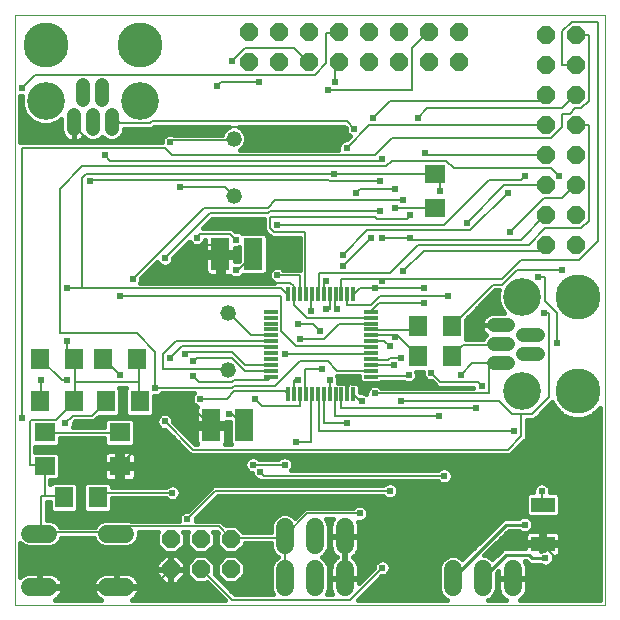
<source format=gtl>
G75*
%MOIN*%
%OFA0B0*%
%FSLAX25Y25*%
%IPPOS*%
%LPD*%
%AMOC8*
5,1,8,0,0,1.08239X$1,22.5*
%
%ADD10C,0.00000*%
%ADD11C,0.06000*%
%ADD12R,0.04724X0.01181*%
%ADD13R,0.01181X0.04724*%
%ADD14OC8,0.06000*%
%ADD15R,0.06299X0.07098*%
%ADD16R,0.07098X0.06299*%
%ADD17R,0.08000X0.05000*%
%ADD18C,0.15000*%
%ADD19C,0.12598*%
%ADD20C,0.04756*%
%ADD21C,0.05200*%
%ADD22R,0.06299X0.10630*%
%ADD23C,0.00500*%
%ADD24C,0.02400*%
%ADD25C,0.01600*%
%ADD26C,0.01000*%
D10*
X0002550Y0001000D02*
X0002550Y0197850D01*
X0199400Y0197850D01*
X0199400Y0001000D01*
X0002550Y0001000D01*
D11*
X0007750Y0007100D02*
X0013750Y0007100D01*
X0013750Y0024900D02*
X0007750Y0024900D01*
X0033350Y0024900D02*
X0039350Y0024900D01*
X0039350Y0007100D02*
X0033350Y0007100D01*
X0092550Y0007000D02*
X0092550Y0013000D01*
X0092550Y0021000D02*
X0092550Y0027000D01*
X0102550Y0027000D02*
X0102550Y0021000D01*
X0102550Y0013000D02*
X0102550Y0007000D01*
X0112550Y0007000D02*
X0112550Y0013000D01*
X0112550Y0021000D02*
X0112550Y0027000D01*
X0148550Y0013000D02*
X0148550Y0007000D01*
X0158550Y0007000D02*
X0158550Y0013000D01*
X0168550Y0013000D02*
X0168550Y0007000D01*
D12*
X0121282Y0077173D03*
X0121282Y0079142D03*
X0121282Y0081110D03*
X0121282Y0083079D03*
X0121282Y0085047D03*
X0121282Y0087016D03*
X0121282Y0088984D03*
X0121282Y0090953D03*
X0121282Y0092921D03*
X0121282Y0094890D03*
X0121282Y0096858D03*
X0121282Y0098827D03*
X0087818Y0098827D03*
X0087818Y0096858D03*
X0087818Y0094890D03*
X0087818Y0092921D03*
X0087818Y0090953D03*
X0087818Y0088984D03*
X0087818Y0087016D03*
X0087818Y0085047D03*
X0087818Y0083079D03*
X0087818Y0081110D03*
X0087818Y0079142D03*
X0087818Y0077173D03*
D13*
X0093723Y0071268D03*
X0095692Y0071268D03*
X0097660Y0071268D03*
X0099629Y0071268D03*
X0101597Y0071268D03*
X0103566Y0071268D03*
X0105534Y0071268D03*
X0107503Y0071268D03*
X0109471Y0071268D03*
X0111440Y0071268D03*
X0113408Y0071268D03*
X0115377Y0071268D03*
X0115377Y0104732D03*
X0113408Y0104732D03*
X0111440Y0104732D03*
X0109471Y0104732D03*
X0107503Y0104732D03*
X0105534Y0104732D03*
X0103566Y0104732D03*
X0101597Y0104732D03*
X0099629Y0104732D03*
X0097660Y0104732D03*
X0095692Y0104732D03*
X0093723Y0104732D03*
D14*
X0090550Y0182000D03*
X0100550Y0182000D03*
X0100550Y0192000D03*
X0090550Y0192000D03*
X0080550Y0192000D03*
X0080550Y0182000D03*
X0110550Y0182000D03*
X0110550Y0192000D03*
X0120550Y0192000D03*
X0120550Y0182000D03*
X0130550Y0182000D03*
X0140550Y0182000D03*
X0140550Y0192000D03*
X0130550Y0192000D03*
X0150550Y0192000D03*
X0150550Y0182000D03*
X0179550Y0181000D03*
X0179550Y0191000D03*
X0189550Y0191000D03*
X0189550Y0181000D03*
X0189550Y0171000D03*
X0189550Y0161000D03*
X0189550Y0151000D03*
X0189550Y0141000D03*
X0189550Y0131000D03*
X0189550Y0121000D03*
X0179550Y0121000D03*
X0179550Y0131000D03*
X0179550Y0141000D03*
X0179550Y0151000D03*
X0179550Y0161000D03*
X0179550Y0171000D03*
X0074550Y0023000D03*
X0074550Y0013000D03*
X0064550Y0013000D03*
X0064550Y0023000D03*
X0054550Y0023000D03*
X0054550Y0013000D03*
D15*
X0030148Y0037000D03*
X0018952Y0037000D03*
X0022148Y0069000D03*
X0032952Y0069000D03*
X0044148Y0069000D03*
X0043148Y0083000D03*
X0031952Y0083000D03*
X0022148Y0083000D03*
X0010952Y0083000D03*
X0010952Y0069000D03*
X0136952Y0084000D03*
X0136952Y0094000D03*
X0148148Y0094000D03*
X0148148Y0084000D03*
D16*
X0142550Y0133402D03*
X0142550Y0144598D03*
X0037550Y0058598D03*
X0037550Y0047402D03*
X0012550Y0047402D03*
X0012550Y0058598D03*
D17*
X0178550Y0034500D03*
X0178550Y0021500D03*
D18*
X0190196Y0072252D03*
X0190196Y0103748D03*
X0044298Y0187646D03*
X0012802Y0187646D03*
D19*
X0012802Y0169142D03*
X0044298Y0169142D03*
X0171692Y0103748D03*
X0171692Y0072252D03*
D20*
X0166967Y0081701D02*
X0162211Y0081701D01*
X0162211Y0088000D02*
X0166967Y0088000D01*
X0172085Y0084850D02*
X0176841Y0084850D01*
X0176841Y0091150D02*
X0172085Y0091150D01*
X0166967Y0094299D02*
X0162211Y0094299D01*
X0034849Y0159661D02*
X0034849Y0164417D01*
X0031700Y0169535D02*
X0031700Y0174291D01*
X0025400Y0174291D02*
X0025400Y0169535D01*
X0022251Y0164417D02*
X0022251Y0159661D01*
X0028550Y0159661D02*
X0028550Y0164417D01*
D21*
X0075550Y0156500D03*
X0075550Y0137500D03*
X0073550Y0098500D03*
X0073550Y0079500D03*
D22*
X0068038Y0061000D03*
X0079062Y0061000D03*
X0082062Y0118000D03*
X0071038Y0118000D03*
D23*
X0070675Y0118500D01*
X0068175Y0121000D01*
X0060675Y0121000D01*
X0063175Y0123500D02*
X0064425Y0124750D01*
X0074425Y0124750D01*
X0076300Y0122875D01*
X0071300Y0117875D02*
X0071038Y0118000D01*
X0071300Y0117875D02*
X0071300Y0108500D01*
X0094425Y0108500D01*
X0095675Y0107250D01*
X0095675Y0104750D01*
X0095692Y0104732D01*
X0095675Y0104125D01*
X0095675Y0101000D01*
X0100050Y0096625D01*
X0120675Y0096625D01*
X0121282Y0096858D01*
X0121282Y0094890D02*
X0120675Y0094750D01*
X0110675Y0094750D01*
X0105675Y0089750D01*
X0097550Y0089750D01*
X0096300Y0087250D02*
X0091300Y0092250D01*
X0091300Y0104125D01*
X0037550Y0104125D01*
X0041925Y0109750D02*
X0065675Y0133500D01*
X0086925Y0133500D01*
X0089425Y0136000D01*
X0131925Y0136000D01*
X0129425Y0133500D02*
X0142550Y0133500D01*
X0142550Y0133402D01*
X0144425Y0139125D02*
X0144425Y0144125D01*
X0142550Y0144125D01*
X0142550Y0144598D01*
X0142550Y0144750D01*
X0108800Y0144750D01*
X0026300Y0144750D01*
X0025050Y0143500D01*
X0025050Y0106625D01*
X0091300Y0106625D01*
X0093175Y0104750D01*
X0093723Y0104732D01*
X0097550Y0104750D02*
X0097660Y0104732D01*
X0097550Y0104750D02*
X0097550Y0111000D01*
X0090050Y0111000D01*
X0082062Y0118000D02*
X0081925Y0117875D01*
X0076925Y0112875D01*
X0076300Y0112875D01*
X0088800Y0125375D02*
X0087550Y0126625D01*
X0087550Y0130375D01*
X0122550Y0130375D01*
X0123175Y0129750D01*
X0133175Y0129750D01*
X0134425Y0131000D01*
X0134425Y0123500D02*
X0125050Y0123500D01*
X0121300Y0123500D02*
X0111925Y0114125D01*
X0111925Y0117875D02*
X0120050Y0126000D01*
X0154425Y0126000D01*
X0166925Y0138500D01*
X0165675Y0141000D02*
X0179550Y0141000D01*
X0178800Y0136625D02*
X0185050Y0136625D01*
X0189425Y0141000D01*
X0189550Y0141000D01*
X0183800Y0144125D02*
X0181300Y0146625D01*
X0148800Y0146625D01*
X0146300Y0149125D01*
X0128175Y0149125D01*
X0126300Y0147250D01*
X0025050Y0147250D01*
X0017550Y0139750D01*
X0017550Y0091625D01*
X0043175Y0091625D01*
X0049425Y0085375D01*
X0049425Y0073500D01*
X0075050Y0073500D01*
X0075675Y0074125D01*
X0089425Y0074125D01*
X0097550Y0082250D01*
X0106925Y0082250D01*
X0110050Y0079125D01*
X0120675Y0079125D01*
X0121282Y0079142D01*
X0121300Y0081000D02*
X0121282Y0081110D01*
X0121300Y0081000D02*
X0128800Y0081000D01*
X0126925Y0082875D02*
X0127550Y0083500D01*
X0131300Y0083500D01*
X0126925Y0082875D02*
X0121300Y0082875D01*
X0121282Y0083079D01*
X0120675Y0084750D02*
X0121282Y0085047D01*
X0120675Y0084750D02*
X0092550Y0084750D01*
X0096300Y0087250D02*
X0120675Y0087250D01*
X0121282Y0087016D01*
X0121282Y0088984D02*
X0121300Y0089125D01*
X0125675Y0089125D01*
X0127550Y0087250D01*
X0129425Y0090375D02*
X0129425Y0091000D01*
X0121300Y0091000D01*
X0121282Y0090953D01*
X0121300Y0092875D02*
X0121282Y0092921D01*
X0121300Y0092875D02*
X0136300Y0092875D01*
X0136925Y0093500D01*
X0136952Y0094000D01*
X0138800Y0101625D02*
X0123800Y0101625D01*
X0121300Y0099125D01*
X0121282Y0098827D01*
X0121300Y0101000D02*
X0124425Y0104125D01*
X0146925Y0104125D01*
X0138800Y0106625D02*
X0122550Y0106625D01*
X0117550Y0106625D01*
X0115675Y0104750D01*
X0115377Y0104732D01*
X0113408Y0104732D02*
X0113175Y0104125D01*
X0113175Y0101000D01*
X0121300Y0101000D01*
X0125050Y0109125D02*
X0125050Y0109750D01*
X0111300Y0109750D01*
X0111300Y0104750D01*
X0111440Y0104732D01*
X0109471Y0104732D02*
X0109425Y0104125D01*
X0109425Y0099750D01*
X0110050Y0099750D01*
X0107550Y0099750D02*
X0106300Y0099750D01*
X0107550Y0099750D02*
X0107550Y0104125D01*
X0107503Y0104732D01*
X0105675Y0104750D02*
X0105534Y0104732D01*
X0105675Y0104750D02*
X0105675Y0109125D01*
X0106300Y0109125D01*
X0103800Y0111625D02*
X0127550Y0111625D01*
X0136925Y0121000D01*
X0173800Y0121000D01*
X0179425Y0126625D01*
X0191300Y0126625D01*
X0193800Y0129125D01*
X0193800Y0161000D01*
X0189550Y0161000D01*
X0187550Y0164750D02*
X0189425Y0166625D01*
X0191300Y0166625D01*
X0193800Y0169125D01*
X0193800Y0191000D01*
X0189550Y0191000D01*
X0188175Y0195375D02*
X0185050Y0192250D01*
X0185050Y0181000D01*
X0189550Y0181000D01*
X0189425Y0171000D02*
X0189550Y0171000D01*
X0189425Y0171000D02*
X0185050Y0166625D01*
X0140050Y0166625D01*
X0136925Y0163500D01*
X0135050Y0172875D02*
X0106925Y0172875D01*
X0109425Y0175375D02*
X0109425Y0181625D01*
X0110050Y0181625D01*
X0110550Y0182000D01*
X0106300Y0181625D02*
X0106300Y0191625D01*
X0110050Y0191625D01*
X0110550Y0192000D01*
X0106300Y0181625D02*
X0102550Y0177875D01*
X0009425Y0177875D01*
X0005050Y0173500D01*
X0022251Y0164417D02*
X0022550Y0164125D01*
X0022550Y0160375D01*
X0026925Y0156000D01*
X0043800Y0156000D01*
X0048175Y0160375D01*
X0094425Y0160375D01*
X0096925Y0157875D01*
X0113175Y0153500D02*
X0120675Y0161000D01*
X0179550Y0161000D01*
X0181300Y0156625D02*
X0185050Y0160375D01*
X0185050Y0164750D01*
X0187550Y0164750D01*
X0179550Y0171000D02*
X0179425Y0171000D01*
X0177550Y0169125D01*
X0127550Y0169125D01*
X0121925Y0163500D01*
X0115675Y0159750D02*
X0113175Y0162250D01*
X0048175Y0162250D01*
X0047550Y0161625D01*
X0037550Y0161625D01*
X0035050Y0164125D01*
X0034849Y0164417D01*
X0032550Y0151000D02*
X0034425Y0149125D01*
X0124425Y0149125D01*
X0125050Y0149750D01*
X0122550Y0151000D02*
X0128175Y0156625D01*
X0181300Y0156625D01*
X0179550Y0151000D02*
X0140050Y0151000D01*
X0139425Y0151625D01*
X0129425Y0139750D02*
X0117550Y0139750D01*
X0116300Y0138500D01*
X0124425Y0142250D02*
X0107550Y0142250D01*
X0106925Y0142875D01*
X0028175Y0142875D01*
X0027550Y0142250D01*
X0005050Y0153500D02*
X0052550Y0153500D01*
X0055050Y0151000D01*
X0122550Y0151000D01*
X0124425Y0132250D02*
X0087550Y0132250D01*
X0086925Y0131625D01*
X0067550Y0131625D01*
X0052550Y0116625D01*
X0073550Y0098500D02*
X0073800Y0098500D01*
X0081300Y0091000D01*
X0087550Y0091000D01*
X0087818Y0090953D01*
X0087550Y0089125D02*
X0087818Y0088984D01*
X0087550Y0089125D02*
X0056300Y0089125D01*
X0051925Y0084750D01*
X0051925Y0079750D01*
X0073175Y0079750D01*
X0073550Y0079500D01*
X0075675Y0076000D02*
X0075050Y0075375D01*
X0063800Y0075375D01*
X0061925Y0077250D01*
X0061925Y0082250D02*
X0063175Y0083500D01*
X0075050Y0083500D01*
X0079425Y0079125D01*
X0087550Y0079125D01*
X0087818Y0079142D01*
X0087550Y0081000D02*
X0087818Y0081110D01*
X0087550Y0081000D02*
X0079425Y0081000D01*
X0075050Y0085375D01*
X0060050Y0085375D01*
X0059425Y0084750D01*
X0058175Y0087250D02*
X0054425Y0083500D01*
X0058175Y0087250D02*
X0087550Y0087250D01*
X0087818Y0087016D01*
X0087818Y0077173D02*
X0087550Y0076625D01*
X0086925Y0076000D01*
X0075675Y0076000D01*
X0075675Y0072250D02*
X0073175Y0069750D01*
X0064425Y0069750D01*
X0063800Y0064750D02*
X0067550Y0061000D01*
X0068038Y0061000D01*
X0063800Y0064750D02*
X0050050Y0064750D01*
X0050050Y0060375D01*
X0065675Y0044750D01*
X0065050Y0044750D01*
X0050050Y0029750D01*
X0055050Y0038500D02*
X0031925Y0038500D01*
X0030675Y0037250D01*
X0030148Y0037000D01*
X0038800Y0027250D02*
X0036925Y0025375D01*
X0036350Y0024900D01*
X0036300Y0025375D01*
X0011300Y0025375D01*
X0010750Y0024900D01*
X0011300Y0025375D02*
X0011300Y0037250D01*
X0012550Y0037250D01*
X0018800Y0037250D01*
X0018952Y0037000D01*
X0012550Y0037250D02*
X0012550Y0047402D01*
X0012550Y0047875D01*
X0007550Y0047875D01*
X0007550Y0062250D01*
X0008175Y0062875D01*
X0016300Y0062875D01*
X0021925Y0068500D01*
X0022148Y0069000D01*
X0022550Y0069125D01*
X0022550Y0075375D01*
X0043800Y0075375D01*
X0043800Y0069125D01*
X0044148Y0069000D01*
X0043800Y0075375D02*
X0043800Y0082875D01*
X0043175Y0082875D01*
X0043148Y0083000D01*
X0037550Y0077875D02*
X0032550Y0082875D01*
X0031952Y0083000D01*
X0022550Y0082875D02*
X0022550Y0075375D01*
X0020050Y0076000D02*
X0018175Y0076000D01*
X0011300Y0082875D01*
X0010952Y0083000D01*
X0011300Y0076000D02*
X0011300Y0069125D01*
X0010952Y0069000D01*
X0005050Y0063500D02*
X0005050Y0153500D01*
X0020050Y0106625D02*
X0025050Y0106625D01*
X0020050Y0089125D02*
X0020050Y0083500D01*
X0021925Y0083500D01*
X0022148Y0083000D01*
X0022550Y0082875D01*
X0032952Y0069000D02*
X0032550Y0068500D01*
X0028175Y0064125D01*
X0021925Y0064125D01*
X0019425Y0061625D01*
X0012550Y0058598D02*
X0012550Y0058500D01*
X0037550Y0058500D01*
X0037550Y0058598D01*
X0037550Y0047875D02*
X0037550Y0047402D01*
X0037550Y0047875D02*
X0050050Y0060375D01*
X0052550Y0062250D02*
X0061925Y0052875D01*
X0166925Y0052875D01*
X0171300Y0057250D01*
X0171300Y0064750D01*
X0168175Y0064750D01*
X0163800Y0069125D01*
X0131300Y0069125D01*
X0133175Y0077250D02*
X0133800Y0077875D01*
X0133175Y0077250D02*
X0121300Y0077250D01*
X0121282Y0077173D01*
X0122550Y0071625D02*
X0160675Y0071625D01*
X0160675Y0081625D01*
X0166967Y0081701D01*
X0166925Y0081625D01*
X0160675Y0081625D01*
X0155050Y0081625D01*
X0151300Y0077875D01*
X0156925Y0075375D02*
X0144425Y0075375D01*
X0141300Y0078500D01*
X0136952Y0084000D02*
X0136925Y0084125D01*
X0130050Y0091000D01*
X0129425Y0091000D01*
X0113175Y0076000D02*
X0113175Y0071625D01*
X0113408Y0071268D01*
X0111440Y0071268D02*
X0111300Y0071000D01*
X0111300Y0066625D01*
X0156300Y0066625D01*
X0158175Y0074125D02*
X0156925Y0075375D01*
X0148148Y0084000D02*
X0148175Y0084125D01*
X0151925Y0087875D01*
X0166925Y0087875D01*
X0166967Y0088000D01*
X0166925Y0094125D02*
X0166967Y0094299D01*
X0166925Y0094125D02*
X0153800Y0094125D01*
X0148175Y0094125D02*
X0148148Y0094000D01*
X0148175Y0094125D02*
X0161925Y0107875D01*
X0165050Y0107875D01*
X0170050Y0112875D01*
X0185050Y0112875D01*
X0179425Y0110375D02*
X0176925Y0110375D01*
X0179425Y0110375D02*
X0179425Y0102250D01*
X0183175Y0098500D01*
X0183175Y0088500D01*
X0180675Y0098500D02*
X0178800Y0098500D01*
X0180675Y0098500D02*
X0180675Y0070375D01*
X0175050Y0064750D01*
X0171300Y0064750D01*
X0168800Y0059125D02*
X0103800Y0059125D01*
X0103800Y0071000D01*
X0103566Y0071268D01*
X0105534Y0071268D02*
X0105675Y0071000D01*
X0105675Y0061625D01*
X0113175Y0061625D01*
X0109425Y0064125D02*
X0143800Y0064125D01*
X0145675Y0044125D02*
X0085675Y0044125D01*
X0084425Y0045375D01*
X0081925Y0047875D02*
X0092550Y0047875D01*
X0096300Y0055375D02*
X0101300Y0055375D01*
X0101300Y0071000D01*
X0101597Y0071268D01*
X0099629Y0071268D02*
X0099425Y0071625D01*
X0099425Y0079750D01*
X0105050Y0079750D01*
X0107550Y0076000D02*
X0107550Y0071625D01*
X0107503Y0071268D01*
X0109425Y0071000D02*
X0109471Y0071268D01*
X0109425Y0071000D02*
X0109425Y0064125D01*
X0115675Y0071000D02*
X0115377Y0071268D01*
X0115675Y0071000D02*
X0117550Y0069125D01*
X0118175Y0069125D01*
X0097660Y0071268D02*
X0097550Y0071000D01*
X0097550Y0067250D01*
X0085050Y0067250D01*
X0082550Y0069750D01*
X0075675Y0072250D02*
X0092550Y0072250D01*
X0093175Y0071625D01*
X0093723Y0071268D01*
X0095692Y0071268D02*
X0095675Y0071625D01*
X0095675Y0076000D01*
X0096925Y0076000D01*
X0104425Y0092250D02*
X0101925Y0094750D01*
X0096925Y0094750D01*
X0101300Y0099125D02*
X0101300Y0104125D01*
X0101597Y0104732D01*
X0099629Y0104732D02*
X0099425Y0104750D01*
X0099425Y0125375D01*
X0088800Y0125375D01*
X0090050Y0127875D02*
X0145675Y0127875D01*
X0160675Y0142875D01*
X0171300Y0142875D01*
X0172550Y0144125D01*
X0165675Y0141000D02*
X0153175Y0128500D01*
X0167550Y0125375D02*
X0178800Y0136625D01*
X0179425Y0131000D02*
X0179550Y0131000D01*
X0179425Y0131000D02*
X0171300Y0122875D01*
X0135050Y0122875D01*
X0134425Y0123500D01*
X0138800Y0119125D02*
X0177550Y0119125D01*
X0179425Y0121000D01*
X0179550Y0121000D01*
X0171300Y0116000D02*
X0190675Y0116000D01*
X0196925Y0122250D01*
X0196925Y0195375D01*
X0188175Y0195375D01*
X0140550Y0192000D02*
X0140050Y0191625D01*
X0135050Y0186625D01*
X0135050Y0172875D01*
X0100550Y0182000D02*
X0100050Y0182250D01*
X0095675Y0186625D01*
X0079425Y0186625D01*
X0075050Y0182250D01*
X0071300Y0175375D02*
X0083800Y0175375D01*
X0071300Y0175375D02*
X0070050Y0174125D01*
X0075550Y0156500D02*
X0075050Y0156000D01*
X0055050Y0156000D01*
X0054425Y0155375D01*
X0057550Y0140375D02*
X0072550Y0140375D01*
X0075050Y0137875D01*
X0075550Y0137500D01*
X0103800Y0111625D02*
X0103800Y0104750D01*
X0103566Y0104732D01*
X0125050Y0109750D02*
X0165050Y0109750D01*
X0171300Y0116000D01*
X0138800Y0119125D02*
X0131925Y0112250D01*
X0079062Y0061000D02*
X0078800Y0061000D01*
X0075050Y0064750D01*
X0073800Y0064750D01*
X0065675Y0044750D02*
X0068800Y0041625D01*
X0128800Y0041625D01*
X0130050Y0040375D01*
X0130050Y0030375D01*
X0178175Y0030375D01*
X0178175Y0021625D01*
X0178550Y0021500D01*
X0178800Y0021000D01*
X0181925Y0017875D01*
X0181925Y0010375D01*
X0168800Y0010375D01*
X0168550Y0010000D01*
X0178550Y0034500D02*
X0178175Y0034750D01*
X0178175Y0039125D01*
X0130050Y0030375D02*
X0130050Y0024125D01*
X0112550Y0024125D01*
X0112550Y0024000D01*
X0112550Y0010000D01*
X0114425Y0002875D02*
X0125050Y0013500D01*
X0114425Y0002875D02*
X0075050Y0002875D01*
X0065050Y0012875D01*
X0064550Y0013000D01*
X0054550Y0013000D02*
X0048800Y0007250D01*
X0036925Y0007250D01*
X0036350Y0007100D01*
X0036300Y0007250D01*
X0011300Y0007250D01*
X0010750Y0007100D01*
X0038800Y0027250D02*
X0070675Y0027250D01*
X0074425Y0023500D01*
X0074550Y0023000D01*
X0075050Y0023500D01*
X0092550Y0023500D01*
X0092550Y0024000D01*
X0092550Y0024125D01*
X0100050Y0031625D01*
X0117550Y0031625D01*
X0127550Y0039125D02*
X0069425Y0039125D01*
X0060050Y0029750D01*
X0092550Y0023500D02*
X0092550Y0010000D01*
D24*
X0117550Y0031625D03*
X0127550Y0039125D03*
X0145675Y0044125D03*
X0143800Y0064125D03*
X0156300Y0066625D03*
X0158175Y0074125D03*
X0151300Y0077875D03*
X0141300Y0078500D03*
X0133800Y0077875D03*
X0128800Y0081000D03*
X0131300Y0083500D03*
X0127550Y0087250D03*
X0129425Y0090375D03*
X0138800Y0101625D03*
X0138800Y0106625D03*
X0131925Y0112250D03*
X0125050Y0109125D03*
X0122550Y0106625D03*
X0111925Y0114125D03*
X0111925Y0117875D03*
X0106300Y0109125D03*
X0106300Y0099750D03*
X0110050Y0099750D03*
X0104425Y0092250D03*
X0097550Y0089750D03*
X0096925Y0094750D03*
X0101300Y0099125D03*
X0090050Y0111000D03*
X0076300Y0112875D03*
X0076300Y0122875D03*
X0063175Y0123500D03*
X0060675Y0121000D03*
X0052550Y0116625D03*
X0041925Y0109750D03*
X0037550Y0104125D03*
X0020050Y0106625D03*
X0020050Y0089125D03*
X0020050Y0076000D03*
X0011300Y0076000D03*
X0005050Y0063500D03*
X0019425Y0061625D03*
X0037550Y0077875D03*
X0049425Y0073500D03*
X0054425Y0083500D03*
X0059425Y0084750D03*
X0061925Y0082250D03*
X0061925Y0077250D03*
X0064425Y0069750D03*
X0073800Y0064750D03*
X0082550Y0069750D03*
X0096925Y0076000D03*
X0105050Y0079750D03*
X0107550Y0076000D03*
X0113175Y0076000D03*
X0118175Y0069125D03*
X0122550Y0071625D03*
X0131300Y0069125D03*
X0113175Y0061625D03*
X0096300Y0055375D03*
X0092550Y0047875D03*
X0084425Y0045375D03*
X0081925Y0047875D03*
X0060050Y0029750D03*
X0055050Y0038500D03*
X0050050Y0029750D03*
X0052550Y0062250D03*
X0092550Y0084750D03*
X0121300Y0123500D03*
X0125050Y0123500D03*
X0124425Y0132250D03*
X0129425Y0133500D03*
X0131925Y0136000D03*
X0129425Y0139750D03*
X0124425Y0142250D03*
X0125050Y0149750D03*
X0115675Y0159750D03*
X0113175Y0153500D03*
X0108800Y0144750D03*
X0116300Y0138500D03*
X0134425Y0131000D03*
X0134425Y0123500D03*
X0144425Y0139125D03*
X0153175Y0128500D03*
X0167550Y0125375D03*
X0166925Y0138500D03*
X0172550Y0144125D03*
X0183800Y0144125D03*
X0185050Y0112875D03*
X0176925Y0110375D03*
X0178800Y0098500D03*
X0183175Y0088500D03*
X0153800Y0094125D03*
X0146925Y0104125D03*
X0139425Y0151625D03*
X0136925Y0163500D03*
X0121925Y0163500D03*
X0109425Y0175375D03*
X0106925Y0172875D03*
X0096925Y0157875D03*
X0083800Y0175375D03*
X0075050Y0182250D03*
X0070050Y0174125D03*
X0054425Y0155375D03*
X0057550Y0140375D03*
X0032550Y0151000D03*
X0027550Y0142250D03*
X0005050Y0173500D03*
X0090050Y0127875D03*
X0168800Y0059125D03*
X0178175Y0039125D03*
X0172550Y0027875D03*
X0179425Y0016625D03*
X0125050Y0013500D03*
D25*
X0127133Y0015387D02*
X0144552Y0015387D01*
X0144644Y0015610D02*
X0143943Y0013916D01*
X0143943Y0006084D01*
X0144644Y0004390D01*
X0145940Y0003094D01*
X0146651Y0002800D01*
X0116976Y0002800D01*
X0124869Y0010693D01*
X0125608Y0010693D01*
X0126640Y0011120D01*
X0127430Y0011910D01*
X0127857Y0012942D01*
X0127857Y0014058D01*
X0127430Y0015090D01*
X0126640Y0015880D01*
X0125608Y0016307D01*
X0124492Y0016307D01*
X0123460Y0015880D01*
X0122670Y0015090D01*
X0122243Y0014058D01*
X0122243Y0013319D01*
X0117350Y0008426D01*
X0117350Y0009800D01*
X0112750Y0009800D01*
X0112750Y0010200D01*
X0112350Y0010200D01*
X0112350Y0023800D01*
X0112750Y0023800D01*
X0112750Y0024200D01*
X0117350Y0024200D01*
X0117350Y0027378D01*
X0117232Y0028124D01*
X0117006Y0028818D01*
X0118108Y0028818D01*
X0119140Y0029245D01*
X0119930Y0030035D01*
X0120357Y0031067D01*
X0120357Y0032183D01*
X0119930Y0033215D01*
X0119140Y0034005D01*
X0118108Y0034432D01*
X0116992Y0034432D01*
X0115960Y0034005D01*
X0115437Y0033482D01*
X0099281Y0033482D01*
X0095932Y0030133D01*
X0095160Y0030906D01*
X0093466Y0031607D01*
X0091634Y0031607D01*
X0089940Y0030906D01*
X0088644Y0029610D01*
X0087943Y0027916D01*
X0087943Y0025357D01*
X0078708Y0025357D01*
X0076458Y0027607D01*
X0072944Y0027607D01*
X0072532Y0028019D01*
X0072532Y0028019D01*
X0071444Y0029107D01*
X0062822Y0029107D01*
X0062857Y0029192D01*
X0062857Y0029931D01*
X0070194Y0037268D01*
X0125437Y0037268D01*
X0125960Y0036745D01*
X0126992Y0036318D01*
X0128108Y0036318D01*
X0129140Y0036745D01*
X0129930Y0037535D01*
X0130357Y0038567D01*
X0130357Y0039683D01*
X0129930Y0040715D01*
X0129140Y0041505D01*
X0128108Y0041932D01*
X0126992Y0041932D01*
X0125960Y0041505D01*
X0125437Y0040982D01*
X0068656Y0040982D01*
X0067568Y0039894D01*
X0060231Y0032557D01*
X0059492Y0032557D01*
X0058460Y0032130D01*
X0057670Y0031340D01*
X0057243Y0030308D01*
X0057243Y0029192D01*
X0057278Y0029107D01*
X0041232Y0029107D01*
X0040266Y0029507D01*
X0032434Y0029507D01*
X0030740Y0028806D01*
X0029444Y0027510D01*
X0029329Y0027232D01*
X0017771Y0027232D01*
X0017656Y0027510D01*
X0016360Y0028806D01*
X0014666Y0029507D01*
X0013157Y0029507D01*
X0013157Y0035393D01*
X0014195Y0035393D01*
X0014195Y0032785D01*
X0015136Y0031844D01*
X0022767Y0031844D01*
X0023708Y0032785D01*
X0023708Y0041215D01*
X0022767Y0042156D01*
X0015136Y0042156D01*
X0014407Y0041427D01*
X0014407Y0042645D01*
X0016765Y0042645D01*
X0017706Y0043586D01*
X0017706Y0051217D01*
X0016765Y0052158D01*
X0009407Y0052158D01*
X0009407Y0053842D01*
X0016765Y0053842D01*
X0017706Y0054783D01*
X0017706Y0056643D01*
X0032394Y0056643D01*
X0032394Y0054783D01*
X0033335Y0053842D01*
X0041765Y0053842D01*
X0042706Y0054783D01*
X0042706Y0062414D01*
X0041765Y0063355D01*
X0033335Y0063355D01*
X0032394Y0062414D01*
X0032394Y0060357D01*
X0021938Y0060357D01*
X0022232Y0061067D01*
X0022232Y0061806D01*
X0022694Y0062268D01*
X0028944Y0062268D01*
X0030520Y0063844D01*
X0036767Y0063844D01*
X0037708Y0064785D01*
X0037708Y0073215D01*
X0037405Y0073518D01*
X0039695Y0073518D01*
X0039392Y0073215D01*
X0039392Y0064785D01*
X0040333Y0063844D01*
X0047964Y0063844D01*
X0048905Y0064785D01*
X0048905Y0070693D01*
X0049983Y0070693D01*
X0051015Y0071120D01*
X0051538Y0071643D01*
X0062348Y0071643D01*
X0062045Y0071340D01*
X0061618Y0070308D01*
X0061618Y0069192D01*
X0062045Y0068160D01*
X0062835Y0067370D01*
X0063307Y0067175D01*
X0063211Y0067010D01*
X0063089Y0066552D01*
X0063089Y0061775D01*
X0067263Y0061775D01*
X0067263Y0060225D01*
X0063089Y0060225D01*
X0063089Y0055448D01*
X0063211Y0054990D01*
X0063360Y0054732D01*
X0062694Y0054732D01*
X0055357Y0062069D01*
X0055357Y0062808D01*
X0054930Y0063840D01*
X0054140Y0064630D01*
X0053108Y0065057D01*
X0051992Y0065057D01*
X0050960Y0064630D01*
X0050170Y0063840D01*
X0049743Y0062808D01*
X0049743Y0061692D01*
X0050170Y0060660D01*
X0050960Y0059870D01*
X0051992Y0059443D01*
X0052731Y0059443D01*
X0060068Y0052106D01*
X0061156Y0051018D01*
X0167694Y0051018D01*
X0168782Y0052106D01*
X0172069Y0055393D01*
X0172069Y0055393D01*
X0173157Y0056481D01*
X0173157Y0062893D01*
X0175819Y0062893D01*
X0181444Y0068518D01*
X0181756Y0068830D01*
X0182475Y0067093D01*
X0185037Y0064531D01*
X0188384Y0063145D01*
X0192007Y0063145D01*
X0195354Y0064531D01*
X0197600Y0066777D01*
X0197600Y0002800D01*
X0170880Y0002800D01*
X0171066Y0002895D01*
X0171677Y0003339D01*
X0172211Y0003873D01*
X0172655Y0004484D01*
X0172998Y0005157D01*
X0173232Y0005876D01*
X0173350Y0006622D01*
X0173350Y0009800D01*
X0168750Y0009800D01*
X0168750Y0010200D01*
X0173350Y0010200D01*
X0173350Y0013378D01*
X0173232Y0014124D01*
X0172998Y0014843D01*
X0172655Y0015516D01*
X0172472Y0015768D01*
X0172927Y0015768D01*
X0172943Y0015752D01*
X0174177Y0014518D01*
X0177562Y0014518D01*
X0177835Y0014245D01*
X0178867Y0013818D01*
X0179983Y0013818D01*
X0181015Y0014245D01*
X0181805Y0015035D01*
X0182232Y0016067D01*
X0182232Y0017183D01*
X0182225Y0017200D01*
X0182787Y0017200D01*
X0183245Y0017323D01*
X0183655Y0017560D01*
X0183990Y0017895D01*
X0184227Y0018305D01*
X0184350Y0018763D01*
X0184350Y0021050D01*
X0179000Y0021050D01*
X0179000Y0021950D01*
X0178100Y0021950D01*
X0178100Y0025800D01*
X0174445Y0025800D01*
X0174930Y0026285D01*
X0175357Y0027317D01*
X0175357Y0028433D01*
X0174930Y0029465D01*
X0174140Y0030255D01*
X0173108Y0030682D01*
X0171992Y0030682D01*
X0170960Y0030255D01*
X0170687Y0029982D01*
X0165427Y0029982D01*
X0164193Y0028748D01*
X0151755Y0016310D01*
X0151160Y0016906D01*
X0149466Y0017607D01*
X0147634Y0017607D01*
X0145940Y0016906D01*
X0144644Y0015610D01*
X0143943Y0013788D02*
X0127857Y0013788D01*
X0127546Y0012190D02*
X0143943Y0012190D01*
X0143943Y0010591D02*
X0124767Y0010591D01*
X0123169Y0008993D02*
X0143943Y0008993D01*
X0143943Y0007394D02*
X0121570Y0007394D01*
X0119972Y0005796D02*
X0144062Y0005796D01*
X0144838Y0004197D02*
X0118373Y0004197D01*
X0117916Y0008993D02*
X0117350Y0008993D01*
X0117350Y0010200D02*
X0117350Y0013378D01*
X0117232Y0014124D01*
X0116998Y0014843D01*
X0116655Y0015516D01*
X0116211Y0016127D01*
X0115677Y0016661D01*
X0115211Y0017000D01*
X0115677Y0017339D01*
X0116211Y0017873D01*
X0116655Y0018484D01*
X0116998Y0019157D01*
X0117232Y0019876D01*
X0117350Y0020622D01*
X0117350Y0023800D01*
X0112750Y0023800D01*
X0112750Y0016200D01*
X0112750Y0010200D01*
X0117350Y0010200D01*
X0117350Y0010591D02*
X0119515Y0010591D01*
X0121113Y0012190D02*
X0117350Y0012190D01*
X0117285Y0013788D02*
X0122243Y0013788D01*
X0122967Y0015387D02*
X0116721Y0015387D01*
X0115231Y0016985D02*
X0146132Y0016985D01*
X0150968Y0016985D02*
X0152430Y0016985D01*
X0154029Y0018584D02*
X0116706Y0018584D01*
X0117280Y0020182D02*
X0155627Y0020182D01*
X0157226Y0021781D02*
X0117350Y0021781D01*
X0117350Y0023379D02*
X0158824Y0023379D01*
X0160423Y0024978D02*
X0117350Y0024978D01*
X0117350Y0026576D02*
X0162021Y0026576D01*
X0163620Y0028175D02*
X0117215Y0028175D01*
X0119668Y0029773D02*
X0165218Y0029773D01*
X0167173Y0025768D02*
X0170687Y0025768D01*
X0170960Y0025495D01*
X0171992Y0025068D01*
X0173088Y0025068D01*
X0172873Y0024695D01*
X0172750Y0024237D01*
X0172750Y0021950D01*
X0178100Y0021950D01*
X0178100Y0021050D01*
X0178100Y0019115D01*
X0178867Y0019432D01*
X0179000Y0019432D01*
X0179000Y0021050D01*
X0178100Y0021050D01*
X0172750Y0021050D01*
X0172750Y0019982D01*
X0165427Y0019982D01*
X0164193Y0018748D01*
X0161755Y0016310D01*
X0161160Y0016906D01*
X0159466Y0017607D01*
X0159012Y0017607D01*
X0167173Y0025768D01*
X0166383Y0024978D02*
X0173036Y0024978D01*
X0172750Y0023379D02*
X0164784Y0023379D01*
X0163185Y0021781D02*
X0178100Y0021781D01*
X0179000Y0021781D02*
X0197600Y0021781D01*
X0197600Y0023379D02*
X0184350Y0023379D01*
X0184350Y0024237D02*
X0184227Y0024695D01*
X0183990Y0025105D01*
X0183655Y0025440D01*
X0183245Y0025677D01*
X0182787Y0025800D01*
X0179000Y0025800D01*
X0179000Y0021950D01*
X0184350Y0021950D01*
X0184350Y0024237D01*
X0184064Y0024978D02*
X0197600Y0024978D01*
X0197600Y0026576D02*
X0175050Y0026576D01*
X0175357Y0028175D02*
X0197600Y0028175D01*
X0197600Y0029773D02*
X0174622Y0029773D01*
X0173884Y0030393D02*
X0183216Y0030393D01*
X0184157Y0031334D01*
X0184157Y0037666D01*
X0183216Y0038607D01*
X0180982Y0038607D01*
X0180982Y0039683D01*
X0180555Y0040715D01*
X0179765Y0041505D01*
X0178733Y0041932D01*
X0177617Y0041932D01*
X0176585Y0041505D01*
X0175795Y0040715D01*
X0175368Y0039683D01*
X0175368Y0038607D01*
X0173884Y0038607D01*
X0172943Y0037666D01*
X0172943Y0031334D01*
X0173884Y0030393D01*
X0172943Y0031372D02*
X0120357Y0031372D01*
X0120031Y0032970D02*
X0172943Y0032970D01*
X0172943Y0034569D02*
X0067495Y0034569D01*
X0069094Y0036167D02*
X0172943Y0036167D01*
X0173043Y0037766D02*
X0130025Y0037766D01*
X0130357Y0039364D02*
X0175368Y0039364D01*
X0176043Y0040963D02*
X0129682Y0040963D01*
X0143562Y0042268D02*
X0144085Y0041745D01*
X0145117Y0041318D01*
X0146233Y0041318D01*
X0147265Y0041745D01*
X0148055Y0042535D01*
X0148482Y0043567D01*
X0148482Y0044683D01*
X0148055Y0045715D01*
X0147265Y0046505D01*
X0146233Y0046932D01*
X0145117Y0046932D01*
X0144085Y0046505D01*
X0143562Y0045982D01*
X0094627Y0045982D01*
X0094930Y0046285D01*
X0095357Y0047317D01*
X0095357Y0048433D01*
X0094930Y0049465D01*
X0094140Y0050255D01*
X0093108Y0050682D01*
X0091992Y0050682D01*
X0090960Y0050255D01*
X0090437Y0049732D01*
X0084038Y0049732D01*
X0083515Y0050255D01*
X0082483Y0050682D01*
X0081367Y0050682D01*
X0080335Y0050255D01*
X0079545Y0049465D01*
X0079118Y0048433D01*
X0079118Y0047317D01*
X0079545Y0046285D01*
X0080335Y0045495D01*
X0081367Y0045068D01*
X0081618Y0045068D01*
X0081618Y0044817D01*
X0082045Y0043785D01*
X0082835Y0042995D01*
X0083867Y0042568D01*
X0084606Y0042568D01*
X0084906Y0042268D01*
X0143562Y0042268D01*
X0148066Y0042561D02*
X0197600Y0042561D01*
X0197600Y0040963D02*
X0180307Y0040963D01*
X0180982Y0039364D02*
X0197600Y0039364D01*
X0197600Y0037766D02*
X0184057Y0037766D01*
X0184157Y0036167D02*
X0197600Y0036167D01*
X0197600Y0034569D02*
X0184157Y0034569D01*
X0184157Y0032970D02*
X0197600Y0032970D01*
X0197600Y0031372D02*
X0184157Y0031372D01*
X0179000Y0024978D02*
X0178100Y0024978D01*
X0178100Y0023379D02*
X0179000Y0023379D01*
X0179000Y0020182D02*
X0178100Y0020182D01*
X0182232Y0016985D02*
X0197600Y0016985D01*
X0197600Y0015387D02*
X0181950Y0015387D01*
X0184302Y0018584D02*
X0197600Y0018584D01*
X0197600Y0020182D02*
X0184350Y0020182D01*
X0172750Y0020182D02*
X0161587Y0020182D01*
X0159988Y0018584D02*
X0164029Y0018584D01*
X0162430Y0016985D02*
X0160968Y0016985D01*
X0163750Y0012345D02*
X0163750Y0010200D01*
X0168350Y0010200D01*
X0168350Y0009800D01*
X0163750Y0009800D01*
X0163750Y0006622D01*
X0163868Y0005876D01*
X0164102Y0005157D01*
X0164445Y0004484D01*
X0164889Y0003873D01*
X0165423Y0003339D01*
X0166034Y0002895D01*
X0166220Y0002800D01*
X0160449Y0002800D01*
X0161160Y0003094D01*
X0162456Y0004390D01*
X0163157Y0006084D01*
X0163157Y0011752D01*
X0163750Y0012345D01*
X0163750Y0012190D02*
X0163594Y0012190D01*
X0163750Y0010591D02*
X0163157Y0010591D01*
X0163157Y0008993D02*
X0163750Y0008993D01*
X0163750Y0007394D02*
X0163157Y0007394D01*
X0163038Y0005796D02*
X0163894Y0005796D01*
X0164653Y0004197D02*
X0162262Y0004197D01*
X0172447Y0004197D02*
X0197600Y0004197D01*
X0197600Y0005796D02*
X0173206Y0005796D01*
X0173350Y0007394D02*
X0197600Y0007394D01*
X0197600Y0008993D02*
X0173350Y0008993D01*
X0173350Y0010591D02*
X0197600Y0010591D01*
X0197600Y0012190D02*
X0173350Y0012190D01*
X0173285Y0013788D02*
X0197600Y0013788D01*
X0173309Y0015387D02*
X0172721Y0015387D01*
X0148482Y0044160D02*
X0197600Y0044160D01*
X0197600Y0045758D02*
X0148011Y0045758D01*
X0168782Y0052106D02*
X0168782Y0052106D01*
X0168829Y0052152D02*
X0197600Y0052152D01*
X0197600Y0050554D02*
X0093418Y0050554D01*
X0091682Y0050554D02*
X0082793Y0050554D01*
X0081057Y0050554D02*
X0042899Y0050554D01*
X0042899Y0050788D02*
X0042777Y0051246D01*
X0042540Y0051656D01*
X0042204Y0051992D01*
X0041794Y0052229D01*
X0041336Y0052351D01*
X0038325Y0052351D01*
X0038325Y0048176D01*
X0042899Y0048176D01*
X0042899Y0050788D01*
X0041926Y0052152D02*
X0060021Y0052152D01*
X0058423Y0053751D02*
X0009407Y0053751D01*
X0016771Y0052152D02*
X0033174Y0052152D01*
X0033306Y0052229D02*
X0032896Y0051992D01*
X0032560Y0051656D01*
X0032323Y0051246D01*
X0032201Y0050788D01*
X0032201Y0048176D01*
X0036775Y0048176D01*
X0036775Y0046627D01*
X0032201Y0046627D01*
X0032201Y0044015D01*
X0032323Y0043557D01*
X0032560Y0043147D01*
X0032896Y0042812D01*
X0033306Y0042575D01*
X0033764Y0042452D01*
X0036775Y0042452D01*
X0036775Y0046627D01*
X0038325Y0046627D01*
X0038325Y0048176D01*
X0036775Y0048176D01*
X0036775Y0052351D01*
X0033764Y0052351D01*
X0033306Y0052229D01*
X0032201Y0050554D02*
X0017706Y0050554D01*
X0017706Y0048955D02*
X0032201Y0048955D01*
X0032201Y0045758D02*
X0017706Y0045758D01*
X0017706Y0044160D02*
X0032201Y0044160D01*
X0033356Y0042561D02*
X0014407Y0042561D01*
X0017706Y0047357D02*
X0036775Y0047357D01*
X0038325Y0047357D02*
X0079118Y0047357D01*
X0079334Y0048955D02*
X0042899Y0048955D01*
X0042899Y0046627D02*
X0038325Y0046627D01*
X0038325Y0042452D01*
X0041336Y0042452D01*
X0041794Y0042575D01*
X0042204Y0042812D01*
X0042540Y0043147D01*
X0042777Y0043557D01*
X0042899Y0044015D01*
X0042899Y0046627D01*
X0042899Y0045758D02*
X0080072Y0045758D01*
X0081890Y0044160D02*
X0042899Y0044160D01*
X0041744Y0042561D02*
X0084612Y0042561D01*
X0095357Y0047357D02*
X0197600Y0047357D01*
X0197600Y0048955D02*
X0095141Y0048955D01*
X0098769Y0032970D02*
X0065897Y0032970D01*
X0064298Y0031372D02*
X0091065Y0031372D01*
X0088808Y0029773D02*
X0062857Y0029773D01*
X0060644Y0032970D02*
X0034905Y0032970D01*
X0034905Y0032785D02*
X0034905Y0036643D01*
X0052937Y0036643D01*
X0053460Y0036120D01*
X0054492Y0035693D01*
X0055608Y0035693D01*
X0056640Y0036120D01*
X0057430Y0036910D01*
X0057857Y0037942D01*
X0057857Y0039058D01*
X0057430Y0040090D01*
X0056640Y0040880D01*
X0055608Y0041307D01*
X0054492Y0041307D01*
X0053460Y0040880D01*
X0052937Y0040357D01*
X0034905Y0040357D01*
X0034905Y0041215D01*
X0033964Y0042156D01*
X0026333Y0042156D01*
X0025392Y0041215D01*
X0025392Y0032785D01*
X0026333Y0031844D01*
X0033964Y0031844D01*
X0034905Y0032785D01*
X0034905Y0034569D02*
X0062242Y0034569D01*
X0063841Y0036167D02*
X0056687Y0036167D01*
X0057784Y0037766D02*
X0065439Y0037766D01*
X0067038Y0039364D02*
X0057730Y0039364D01*
X0056440Y0040963D02*
X0068636Y0040963D01*
X0057702Y0031372D02*
X0013157Y0031372D01*
X0013157Y0032970D02*
X0014195Y0032970D01*
X0014195Y0034569D02*
X0013157Y0034569D01*
X0013157Y0029773D02*
X0057243Y0029773D01*
X0058672Y0025393D02*
X0060428Y0025393D01*
X0059943Y0024908D01*
X0059943Y0021092D01*
X0062642Y0018393D01*
X0066458Y0018393D01*
X0069157Y0021092D01*
X0069157Y0024908D01*
X0068672Y0025393D01*
X0069906Y0025393D01*
X0070167Y0025132D01*
X0069943Y0024908D01*
X0069943Y0021092D01*
X0072642Y0018393D01*
X0076458Y0018393D01*
X0079157Y0021092D01*
X0079157Y0021643D01*
X0087943Y0021643D01*
X0087943Y0020084D01*
X0088644Y0018390D01*
X0089940Y0017094D01*
X0090168Y0017000D01*
X0089940Y0016906D01*
X0088644Y0015610D01*
X0087943Y0013916D01*
X0087943Y0006084D01*
X0088503Y0004732D01*
X0075819Y0004732D01*
X0069157Y0011394D01*
X0069157Y0014908D01*
X0066458Y0017607D01*
X0062642Y0017607D01*
X0059943Y0014908D01*
X0059943Y0011092D01*
X0062642Y0008393D01*
X0066458Y0008393D01*
X0066682Y0008617D01*
X0072499Y0002800D01*
X0041484Y0002800D01*
X0041866Y0002995D01*
X0042477Y0003439D01*
X0043011Y0003973D01*
X0043455Y0004584D01*
X0043798Y0005257D01*
X0044032Y0005976D01*
X0044150Y0006722D01*
X0044150Y0006900D01*
X0036550Y0006900D01*
X0036550Y0007300D01*
X0036150Y0007300D01*
X0036150Y0011900D01*
X0032972Y0011900D01*
X0032226Y0011782D01*
X0031507Y0011548D01*
X0030834Y0011205D01*
X0030223Y0010761D01*
X0029689Y0010227D01*
X0029245Y0009616D01*
X0028902Y0008943D01*
X0028668Y0008224D01*
X0028550Y0007478D01*
X0028550Y0007300D01*
X0036150Y0007300D01*
X0036150Y0006900D01*
X0028550Y0006900D01*
X0028550Y0006722D01*
X0028668Y0005976D01*
X0028902Y0005257D01*
X0029245Y0004584D01*
X0029689Y0003973D01*
X0030223Y0003439D01*
X0030834Y0002995D01*
X0031216Y0002800D01*
X0015884Y0002800D01*
X0016266Y0002995D01*
X0016877Y0003439D01*
X0017411Y0003973D01*
X0017855Y0004584D01*
X0018198Y0005257D01*
X0018432Y0005976D01*
X0018550Y0006722D01*
X0018550Y0006900D01*
X0010950Y0006900D01*
X0010950Y0007300D01*
X0010550Y0007300D01*
X0010550Y0011900D01*
X0007372Y0011900D01*
X0006626Y0011782D01*
X0005907Y0011548D01*
X0005234Y0011205D01*
X0004623Y0010761D01*
X0004350Y0010488D01*
X0004350Y0021785D01*
X0005140Y0020994D01*
X0006834Y0020293D01*
X0014666Y0020293D01*
X0016360Y0020994D01*
X0017656Y0022290D01*
X0018164Y0023518D01*
X0028936Y0023518D01*
X0029444Y0022290D01*
X0030740Y0020994D01*
X0032434Y0020293D01*
X0040266Y0020293D01*
X0041960Y0020994D01*
X0043256Y0022290D01*
X0043957Y0023984D01*
X0043957Y0025393D01*
X0050428Y0025393D01*
X0049943Y0024908D01*
X0049943Y0021092D01*
X0052642Y0018393D01*
X0056458Y0018393D01*
X0059157Y0021092D01*
X0059157Y0024908D01*
X0058672Y0025393D01*
X0059088Y0024978D02*
X0060012Y0024978D01*
X0059943Y0023379D02*
X0059157Y0023379D01*
X0059157Y0021781D02*
X0059943Y0021781D01*
X0060852Y0020182D02*
X0058248Y0020182D01*
X0056649Y0018584D02*
X0062451Y0018584D01*
X0062020Y0016985D02*
X0057353Y0016985D01*
X0056538Y0017800D02*
X0059350Y0014988D01*
X0059350Y0013200D01*
X0054750Y0013200D01*
X0054750Y0012800D01*
X0059350Y0012800D01*
X0059350Y0011012D01*
X0056538Y0008200D01*
X0054750Y0008200D01*
X0054750Y0012800D01*
X0054350Y0012800D01*
X0054350Y0008200D01*
X0052562Y0008200D01*
X0049750Y0011012D01*
X0049750Y0012800D01*
X0054350Y0012800D01*
X0054350Y0013200D01*
X0054350Y0017800D01*
X0052562Y0017800D01*
X0049750Y0014988D01*
X0049750Y0013200D01*
X0054350Y0013200D01*
X0054750Y0013200D01*
X0054750Y0017800D01*
X0056538Y0017800D01*
X0054750Y0016985D02*
X0054350Y0016985D01*
X0054350Y0015387D02*
X0054750Y0015387D01*
X0054750Y0013788D02*
X0054350Y0013788D01*
X0054350Y0012190D02*
X0054750Y0012190D01*
X0054750Y0010591D02*
X0054350Y0010591D01*
X0054350Y0008993D02*
X0054750Y0008993D01*
X0057331Y0008993D02*
X0062042Y0008993D01*
X0060444Y0010591D02*
X0058929Y0010591D01*
X0059350Y0012190D02*
X0059943Y0012190D01*
X0059943Y0013788D02*
X0059350Y0013788D01*
X0058952Y0015387D02*
X0060421Y0015387D01*
X0067080Y0016985D02*
X0072020Y0016985D01*
X0072642Y0017607D02*
X0069943Y0014908D01*
X0069943Y0011092D01*
X0072642Y0008393D01*
X0076458Y0008393D01*
X0079157Y0011092D01*
X0079157Y0014908D01*
X0076458Y0017607D01*
X0072642Y0017607D01*
X0072451Y0018584D02*
X0066649Y0018584D01*
X0068248Y0020182D02*
X0070852Y0020182D01*
X0069943Y0021781D02*
X0069157Y0021781D01*
X0069157Y0023379D02*
X0069943Y0023379D01*
X0070012Y0024978D02*
X0069088Y0024978D01*
X0072377Y0028175D02*
X0088050Y0028175D01*
X0087943Y0026576D02*
X0077489Y0026576D01*
X0078248Y0020182D02*
X0087943Y0020182D01*
X0088564Y0018584D02*
X0076649Y0018584D01*
X0077080Y0016985D02*
X0090132Y0016985D01*
X0088552Y0015387D02*
X0078679Y0015387D01*
X0079157Y0013788D02*
X0087943Y0013788D01*
X0087943Y0012190D02*
X0079157Y0012190D01*
X0078656Y0010591D02*
X0087943Y0010591D01*
X0087943Y0008993D02*
X0077058Y0008993D01*
X0074756Y0005796D02*
X0088062Y0005796D01*
X0087943Y0007394D02*
X0073157Y0007394D01*
X0072042Y0008993D02*
X0071559Y0008993D01*
X0070444Y0010591D02*
X0069960Y0010591D01*
X0069943Y0012190D02*
X0069157Y0012190D01*
X0069157Y0013788D02*
X0069943Y0013788D01*
X0070421Y0015387D02*
X0068679Y0015387D01*
X0067905Y0007394D02*
X0044150Y0007394D01*
X0044150Y0007478D02*
X0044032Y0008224D01*
X0043798Y0008943D01*
X0043455Y0009616D01*
X0043011Y0010227D01*
X0042477Y0010761D01*
X0041866Y0011205D01*
X0041193Y0011548D01*
X0040474Y0011782D01*
X0039728Y0011900D01*
X0036550Y0011900D01*
X0036550Y0007300D01*
X0044150Y0007300D01*
X0044150Y0007478D01*
X0043773Y0008993D02*
X0051769Y0008993D01*
X0050171Y0010591D02*
X0042647Y0010591D01*
X0043973Y0005796D02*
X0069503Y0005796D01*
X0071102Y0004197D02*
X0043174Y0004197D01*
X0036550Y0007394D02*
X0036150Y0007394D01*
X0036150Y0008993D02*
X0036550Y0008993D01*
X0036550Y0010591D02*
X0036150Y0010591D01*
X0030053Y0010591D02*
X0017047Y0010591D01*
X0016877Y0010761D02*
X0016266Y0011205D01*
X0015593Y0011548D01*
X0014874Y0011782D01*
X0014128Y0011900D01*
X0010950Y0011900D01*
X0010950Y0007300D01*
X0018550Y0007300D01*
X0018550Y0007478D01*
X0018432Y0008224D01*
X0018198Y0008943D01*
X0017855Y0009616D01*
X0017411Y0010227D01*
X0016877Y0010761D01*
X0018173Y0008993D02*
X0028927Y0008993D01*
X0028550Y0007394D02*
X0018550Y0007394D01*
X0018373Y0005796D02*
X0028727Y0005796D01*
X0029526Y0004197D02*
X0017574Y0004197D01*
X0010950Y0007394D02*
X0010550Y0007394D01*
X0010550Y0008993D02*
X0010950Y0008993D01*
X0010950Y0010591D02*
X0010550Y0010591D01*
X0004453Y0010591D02*
X0004350Y0010591D01*
X0004350Y0012190D02*
X0049750Y0012190D01*
X0049750Y0013788D02*
X0004350Y0013788D01*
X0004350Y0015387D02*
X0050148Y0015387D01*
X0051747Y0016985D02*
X0004350Y0016985D01*
X0004350Y0018584D02*
X0052451Y0018584D01*
X0050852Y0020182D02*
X0004350Y0020182D01*
X0004350Y0021781D02*
X0004354Y0021781D01*
X0017146Y0021781D02*
X0029954Y0021781D01*
X0028993Y0023379D02*
X0018107Y0023379D01*
X0016991Y0028175D02*
X0030109Y0028175D01*
X0025392Y0032970D02*
X0023708Y0032970D01*
X0023708Y0034569D02*
X0025392Y0034569D01*
X0025392Y0036167D02*
X0023708Y0036167D01*
X0023708Y0037766D02*
X0025392Y0037766D01*
X0025392Y0039364D02*
X0023708Y0039364D01*
X0023708Y0040963D02*
X0025392Y0040963D01*
X0034905Y0040963D02*
X0053660Y0040963D01*
X0053413Y0036167D02*
X0034905Y0036167D01*
X0036775Y0042561D02*
X0038325Y0042561D01*
X0038325Y0044160D02*
X0036775Y0044160D01*
X0036775Y0045758D02*
X0038325Y0045758D01*
X0038325Y0048955D02*
X0036775Y0048955D01*
X0036775Y0050554D02*
X0038325Y0050554D01*
X0038325Y0052152D02*
X0036775Y0052152D01*
X0032394Y0055349D02*
X0017706Y0055349D01*
X0022232Y0061743D02*
X0032394Y0061743D01*
X0033322Y0063342D02*
X0030018Y0063342D01*
X0037708Y0064940D02*
X0039392Y0064940D01*
X0039392Y0066539D02*
X0037708Y0066539D01*
X0037708Y0068137D02*
X0039392Y0068137D01*
X0039392Y0069736D02*
X0037708Y0069736D01*
X0037708Y0071334D02*
X0039392Y0071334D01*
X0039392Y0072933D02*
X0037708Y0072933D01*
X0041778Y0063342D02*
X0049964Y0063342D01*
X0049743Y0061743D02*
X0042706Y0061743D01*
X0042706Y0060145D02*
X0050685Y0060145D01*
X0053627Y0058546D02*
X0042706Y0058546D01*
X0042706Y0056948D02*
X0055226Y0056948D01*
X0056824Y0055349D02*
X0042706Y0055349D01*
X0048905Y0064940D02*
X0051710Y0064940D01*
X0053390Y0064940D02*
X0063089Y0064940D01*
X0063089Y0063342D02*
X0055136Y0063342D01*
X0055683Y0061743D02*
X0067263Y0061743D01*
X0068813Y0061743D02*
X0074305Y0061743D01*
X0074305Y0061943D02*
X0074305Y0055019D01*
X0074592Y0054732D01*
X0072716Y0054732D01*
X0072865Y0054990D01*
X0072988Y0055448D01*
X0072988Y0060225D01*
X0068813Y0060225D01*
X0068813Y0061775D01*
X0072988Y0061775D01*
X0072988Y0062048D01*
X0073242Y0061943D01*
X0074305Y0061943D01*
X0074305Y0060145D02*
X0072988Y0060145D01*
X0072988Y0058546D02*
X0074305Y0058546D01*
X0074305Y0056948D02*
X0072988Y0056948D01*
X0072961Y0055349D02*
X0074305Y0055349D01*
X0063115Y0055349D02*
X0062077Y0055349D01*
X0063089Y0056948D02*
X0060478Y0056948D01*
X0058880Y0058546D02*
X0063089Y0058546D01*
X0063089Y0060145D02*
X0057281Y0060145D01*
X0063089Y0066539D02*
X0048905Y0066539D01*
X0048905Y0068137D02*
X0062068Y0068137D01*
X0061618Y0069736D02*
X0048905Y0069736D01*
X0051229Y0071334D02*
X0062043Y0071334D01*
X0075742Y0110068D02*
X0076858Y0110068D01*
X0077890Y0110495D01*
X0078473Y0111078D01*
X0085877Y0111078D01*
X0086818Y0112019D01*
X0086818Y0123981D01*
X0085877Y0124922D01*
X0078247Y0124922D01*
X0078235Y0124910D01*
X0077890Y0125255D01*
X0076858Y0125682D01*
X0076119Y0125682D01*
X0075194Y0126607D01*
X0065158Y0126607D01*
X0068319Y0129768D01*
X0085693Y0129768D01*
X0085693Y0125856D01*
X0086781Y0124768D01*
X0088031Y0123518D01*
X0097568Y0123518D01*
X0097568Y0112857D01*
X0096781Y0112857D01*
X0092163Y0112857D01*
X0091640Y0113380D01*
X0090608Y0113807D01*
X0089492Y0113807D01*
X0088460Y0113380D01*
X0087670Y0112590D01*
X0087243Y0111558D01*
X0087243Y0110442D01*
X0087670Y0109410D01*
X0088460Y0108620D01*
X0088794Y0108482D01*
X0044438Y0108482D01*
X0044732Y0109192D01*
X0044732Y0109931D01*
X0050072Y0115271D01*
X0050170Y0115035D01*
X0050960Y0114245D01*
X0051992Y0113818D01*
X0053108Y0113818D01*
X0054140Y0114245D01*
X0054930Y0115035D01*
X0055357Y0116067D01*
X0055357Y0116806D01*
X0060697Y0122146D01*
X0060795Y0121910D01*
X0061585Y0121120D01*
X0062617Y0120693D01*
X0063733Y0120693D01*
X0064765Y0121120D01*
X0065555Y0121910D01*
X0065962Y0122893D01*
X0066089Y0122893D01*
X0066089Y0118775D01*
X0070263Y0118775D01*
X0070263Y0117225D01*
X0066089Y0117225D01*
X0066089Y0112448D01*
X0066211Y0111990D01*
X0066448Y0111580D01*
X0066783Y0111245D01*
X0067194Y0111008D01*
X0067652Y0110885D01*
X0070263Y0110885D01*
X0070263Y0117225D01*
X0071813Y0117225D01*
X0071813Y0110885D01*
X0074320Y0110885D01*
X0074710Y0110495D01*
X0075742Y0110068D01*
X0071813Y0111297D02*
X0070263Y0111297D01*
X0070263Y0112896D02*
X0071813Y0112896D01*
X0071813Y0114494D02*
X0070263Y0114494D01*
X0070263Y0116093D02*
X0071813Y0116093D01*
X0071813Y0117225D02*
X0071813Y0118775D01*
X0075988Y0118775D01*
X0075988Y0120068D01*
X0076858Y0120068D01*
X0077305Y0120253D01*
X0077305Y0115881D01*
X0077033Y0115610D01*
X0076858Y0115682D01*
X0075988Y0115682D01*
X0075988Y0117225D01*
X0071813Y0117225D01*
X0071813Y0117691D02*
X0077305Y0117691D01*
X0077305Y0116093D02*
X0075988Y0116093D01*
X0075988Y0119290D02*
X0077305Y0119290D01*
X0076117Y0125684D02*
X0085865Y0125684D01*
X0085693Y0127282D02*
X0065834Y0127282D01*
X0067432Y0128881D02*
X0085693Y0128881D01*
X0086714Y0124085D02*
X0087463Y0124085D01*
X0086818Y0122487D02*
X0097568Y0122487D01*
X0097568Y0120888D02*
X0086818Y0120888D01*
X0086818Y0119290D02*
X0097568Y0119290D01*
X0097568Y0117691D02*
X0086818Y0117691D01*
X0086818Y0116093D02*
X0097568Y0116093D01*
X0097568Y0114494D02*
X0086818Y0114494D01*
X0086818Y0112896D02*
X0087976Y0112896D01*
X0087243Y0111297D02*
X0086096Y0111297D01*
X0087551Y0109699D02*
X0044732Y0109699D01*
X0046099Y0111297D02*
X0066731Y0111297D01*
X0066089Y0112896D02*
X0047697Y0112896D01*
X0049296Y0114494D02*
X0050711Y0114494D01*
X0054389Y0114494D02*
X0066089Y0114494D01*
X0066089Y0116093D02*
X0055357Y0116093D01*
X0056243Y0117691D02*
X0070263Y0117691D01*
X0066089Y0119290D02*
X0057841Y0119290D01*
X0059440Y0120888D02*
X0062145Y0120888D01*
X0064205Y0120888D02*
X0066089Y0120888D01*
X0066089Y0122487D02*
X0065794Y0122487D01*
X0092124Y0112896D02*
X0097568Y0112896D01*
X0110063Y0077268D02*
X0117313Y0077268D01*
X0117313Y0075917D01*
X0118254Y0074976D01*
X0124310Y0074976D01*
X0124727Y0075393D01*
X0132457Y0075393D01*
X0133242Y0075068D01*
X0134358Y0075068D01*
X0135390Y0075495D01*
X0136180Y0076285D01*
X0136607Y0077317D01*
X0136607Y0078433D01*
X0136437Y0078844D01*
X0138493Y0078844D01*
X0138493Y0077942D01*
X0138920Y0076910D01*
X0139710Y0076120D01*
X0140742Y0075693D01*
X0141481Y0075693D01*
X0143656Y0073518D01*
X0155388Y0073518D01*
X0155403Y0073482D01*
X0124663Y0073482D01*
X0124140Y0074005D01*
X0123108Y0074432D01*
X0121992Y0074432D01*
X0120960Y0074005D01*
X0120170Y0073215D01*
X0119743Y0072183D01*
X0119743Y0071514D01*
X0118733Y0071932D01*
X0117617Y0071932D01*
X0117574Y0071915D01*
X0117574Y0074296D01*
X0116633Y0075237D01*
X0114815Y0075237D01*
X0114694Y0075307D01*
X0114236Y0075430D01*
X0113408Y0075430D01*
X0112581Y0075430D01*
X0112123Y0075307D01*
X0112001Y0075237D01*
X0110272Y0075237D01*
X0110357Y0075442D01*
X0110357Y0076558D01*
X0110063Y0077268D01*
X0110357Y0076130D02*
X0117313Y0076130D01*
X0117338Y0074532D02*
X0142642Y0074532D01*
X0139700Y0076130D02*
X0136025Y0076130D01*
X0136607Y0077729D02*
X0138581Y0077729D01*
X0152852Y0089732D02*
X0152905Y0089785D01*
X0152905Y0096229D01*
X0162694Y0106018D01*
X0164074Y0106018D01*
X0163785Y0105321D01*
X0163785Y0102175D01*
X0164989Y0099269D01*
X0165781Y0098477D01*
X0161883Y0098477D01*
X0161233Y0098374D01*
X0160608Y0098171D01*
X0160022Y0097873D01*
X0159490Y0097486D01*
X0159025Y0097021D01*
X0158638Y0096489D01*
X0158340Y0095903D01*
X0158136Y0095278D01*
X0158033Y0094628D01*
X0158033Y0094299D01*
X0158033Y0093970D01*
X0158136Y0093321D01*
X0158340Y0092695D01*
X0158638Y0092109D01*
X0159025Y0091577D01*
X0159490Y0091112D01*
X0159605Y0091029D01*
X0158833Y0090257D01*
X0158616Y0089732D01*
X0152852Y0089732D01*
X0152905Y0090517D02*
X0159092Y0090517D01*
X0158635Y0092115D02*
X0152905Y0092115D01*
X0152905Y0093714D02*
X0158074Y0093714D01*
X0158033Y0094299D02*
X0166967Y0094299D01*
X0166967Y0094299D01*
X0158033Y0094299D01*
X0158148Y0095312D02*
X0152905Y0095312D01*
X0153587Y0096911D02*
X0158945Y0096911D01*
X0156784Y0100108D02*
X0164642Y0100108D01*
X0163980Y0101706D02*
X0158383Y0101706D01*
X0159981Y0103305D02*
X0163785Y0103305D01*
X0163785Y0104903D02*
X0161580Y0104903D01*
X0165749Y0098509D02*
X0155186Y0098509D01*
X0181064Y0068137D02*
X0182042Y0068137D01*
X0183029Y0066539D02*
X0179465Y0066539D01*
X0177867Y0064940D02*
X0184628Y0064940D01*
X0187908Y0063342D02*
X0176268Y0063342D01*
X0173157Y0061743D02*
X0197600Y0061743D01*
X0197600Y0060145D02*
X0173157Y0060145D01*
X0173157Y0058546D02*
X0197600Y0058546D01*
X0197600Y0056948D02*
X0173157Y0056948D01*
X0172026Y0055349D02*
X0197600Y0055349D01*
X0197600Y0053751D02*
X0170427Y0053751D01*
X0192483Y0063342D02*
X0197600Y0063342D01*
X0197600Y0064940D02*
X0195764Y0064940D01*
X0197362Y0066539D02*
X0197600Y0066539D01*
X0120053Y0072933D02*
X0117574Y0072933D01*
X0113408Y0074525D02*
X0113408Y0074525D01*
X0113408Y0075430D01*
X0113408Y0074525D01*
X0113408Y0074525D01*
X0113408Y0074532D02*
X0113408Y0074532D01*
X0097170Y0031372D02*
X0094035Y0031372D01*
X0106297Y0029768D02*
X0108628Y0029768D01*
X0108445Y0029516D01*
X0108102Y0028843D01*
X0107868Y0028124D01*
X0107750Y0027378D01*
X0107750Y0024200D01*
X0112350Y0024200D01*
X0112350Y0023800D01*
X0107750Y0023800D01*
X0107750Y0020622D01*
X0107868Y0019876D01*
X0108102Y0019157D01*
X0108445Y0018484D01*
X0108889Y0017873D01*
X0109423Y0017339D01*
X0109889Y0017000D01*
X0109423Y0016661D01*
X0108889Y0016127D01*
X0108445Y0015516D01*
X0108102Y0014843D01*
X0107868Y0014124D01*
X0107750Y0013378D01*
X0107750Y0010200D01*
X0112350Y0010200D01*
X0112350Y0009800D01*
X0107750Y0009800D01*
X0107750Y0006622D01*
X0107868Y0005876D01*
X0108102Y0005157D01*
X0108318Y0004732D01*
X0106597Y0004732D01*
X0107157Y0006084D01*
X0107157Y0013916D01*
X0106456Y0015610D01*
X0105160Y0016906D01*
X0104932Y0017000D01*
X0105160Y0017094D01*
X0106456Y0018390D01*
X0107157Y0020084D01*
X0107157Y0027916D01*
X0106456Y0029610D01*
X0106297Y0029768D01*
X0107050Y0028175D02*
X0107885Y0028175D01*
X0107750Y0026576D02*
X0107157Y0026576D01*
X0107157Y0024978D02*
X0107750Y0024978D01*
X0107750Y0023379D02*
X0107157Y0023379D01*
X0107157Y0021781D02*
X0107750Y0021781D01*
X0107820Y0020182D02*
X0107157Y0020182D01*
X0106536Y0018584D02*
X0108394Y0018584D01*
X0109869Y0016985D02*
X0104968Y0016985D01*
X0106548Y0015387D02*
X0108379Y0015387D01*
X0107815Y0013788D02*
X0107157Y0013788D01*
X0107157Y0012190D02*
X0107750Y0012190D01*
X0107750Y0010591D02*
X0107157Y0010591D01*
X0107157Y0008993D02*
X0107750Y0008993D01*
X0107750Y0007394D02*
X0107157Y0007394D01*
X0107038Y0005796D02*
X0107894Y0005796D01*
X0112350Y0010591D02*
X0112750Y0010591D01*
X0112750Y0012190D02*
X0112350Y0012190D01*
X0112350Y0013788D02*
X0112750Y0013788D01*
X0112750Y0015387D02*
X0112350Y0015387D01*
X0112350Y0016985D02*
X0112750Y0016985D01*
X0112750Y0018584D02*
X0112350Y0018584D01*
X0112350Y0020182D02*
X0112750Y0020182D01*
X0112750Y0021781D02*
X0112350Y0021781D01*
X0112350Y0023379D02*
X0112750Y0023379D01*
X0050012Y0024978D02*
X0043957Y0024978D01*
X0043707Y0023379D02*
X0049943Y0023379D01*
X0049943Y0021781D02*
X0042746Y0021781D01*
X0077749Y0152857D02*
X0077933Y0152933D01*
X0079117Y0154117D01*
X0079757Y0155663D01*
X0079757Y0157337D01*
X0079117Y0158883D01*
X0077933Y0160067D01*
X0077145Y0160393D01*
X0112406Y0160393D01*
X0112868Y0159931D01*
X0112868Y0159192D01*
X0113295Y0158160D01*
X0114085Y0157370D01*
X0114321Y0157272D01*
X0113356Y0156307D01*
X0112617Y0156307D01*
X0111585Y0155880D01*
X0110795Y0155090D01*
X0110368Y0154058D01*
X0110368Y0152942D01*
X0110403Y0152857D01*
X0077749Y0152857D01*
X0077752Y0152859D02*
X0110402Y0152859D01*
X0110533Y0154457D02*
X0079258Y0154457D01*
X0079757Y0156056D02*
X0112010Y0156056D01*
X0113801Y0157654D02*
X0079626Y0157654D01*
X0078747Y0159253D02*
X0112868Y0159253D01*
X0073955Y0160393D02*
X0073167Y0160067D01*
X0071983Y0158883D01*
X0071558Y0157857D01*
X0055768Y0157857D01*
X0054983Y0158182D01*
X0053867Y0158182D01*
X0052835Y0157755D01*
X0052045Y0156965D01*
X0051618Y0155933D01*
X0051618Y0155357D01*
X0004350Y0155357D01*
X0004350Y0170752D01*
X0004492Y0170693D01*
X0004896Y0170693D01*
X0004896Y0167569D01*
X0006099Y0164663D01*
X0008323Y0162439D01*
X0011229Y0161235D01*
X0014375Y0161235D01*
X0017281Y0162439D01*
X0018073Y0163231D01*
X0018073Y0159333D01*
X0018176Y0158683D01*
X0018379Y0158058D01*
X0018677Y0157472D01*
X0019064Y0156940D01*
X0019529Y0156475D01*
X0020061Y0156088D01*
X0020647Y0155790D01*
X0021272Y0155586D01*
X0021922Y0155483D01*
X0022251Y0155483D01*
X0022580Y0155483D01*
X0023229Y0155586D01*
X0023855Y0155790D01*
X0024441Y0156088D01*
X0024973Y0156475D01*
X0025438Y0156940D01*
X0025521Y0157055D01*
X0026293Y0156283D01*
X0027757Y0155676D01*
X0029343Y0155676D01*
X0030807Y0156283D01*
X0031700Y0157175D01*
X0032592Y0156283D01*
X0034057Y0155676D01*
X0035642Y0155676D01*
X0037107Y0156283D01*
X0038228Y0157404D01*
X0038834Y0158869D01*
X0038834Y0159768D01*
X0048319Y0159768D01*
X0048944Y0160393D01*
X0073955Y0160393D01*
X0072353Y0159253D02*
X0038834Y0159253D01*
X0038331Y0157654D02*
X0052734Y0157654D01*
X0051669Y0156056D02*
X0036557Y0156056D01*
X0033141Y0156056D02*
X0030258Y0156056D01*
X0026842Y0156056D02*
X0024377Y0156056D01*
X0022251Y0156056D02*
X0022251Y0156056D01*
X0022251Y0155483D02*
X0022251Y0164417D01*
X0022251Y0164417D01*
X0022251Y0155483D01*
X0022251Y0157654D02*
X0022251Y0157654D01*
X0022251Y0159253D02*
X0022251Y0159253D01*
X0022251Y0160851D02*
X0022251Y0160851D01*
X0022251Y0162450D02*
X0022251Y0162450D01*
X0022251Y0164048D02*
X0022251Y0164048D01*
X0018073Y0162450D02*
X0017291Y0162450D01*
X0018073Y0160851D02*
X0004350Y0160851D01*
X0004350Y0159253D02*
X0018085Y0159253D01*
X0018585Y0157654D02*
X0004350Y0157654D01*
X0004350Y0156056D02*
X0020125Y0156056D01*
X0008313Y0162450D02*
X0004350Y0162450D01*
X0004350Y0164048D02*
X0006714Y0164048D01*
X0005692Y0165647D02*
X0004350Y0165647D01*
X0004350Y0167245D02*
X0005030Y0167245D01*
X0004896Y0168844D02*
X0004350Y0168844D01*
X0004350Y0170442D02*
X0004896Y0170442D01*
D26*
X0148800Y0010375D02*
X0166300Y0027875D01*
X0172550Y0027875D01*
X0173800Y0017875D02*
X0166300Y0017875D01*
X0158800Y0010375D01*
X0158550Y0010000D01*
X0148800Y0010375D02*
X0148550Y0010000D01*
X0173800Y0017875D02*
X0175050Y0016625D01*
X0179425Y0016625D01*
M02*

</source>
